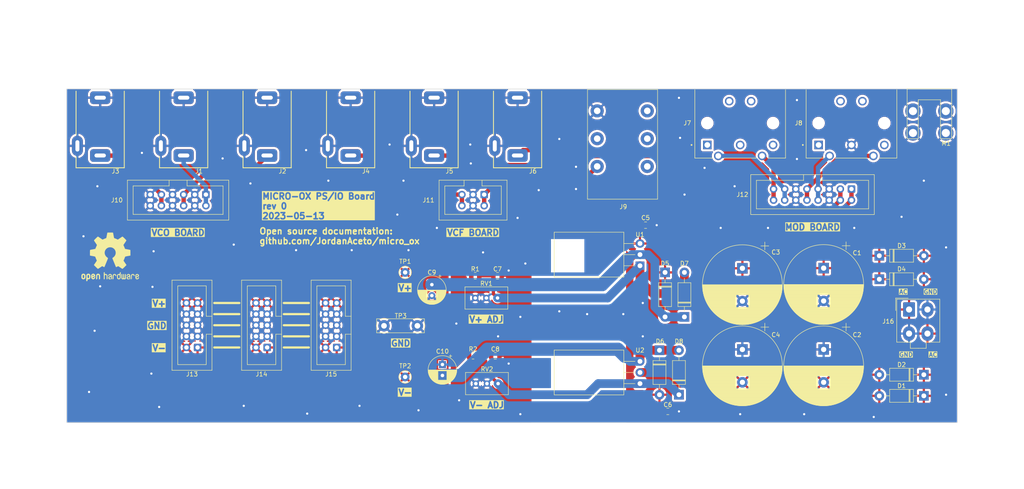
<source format=kicad_pcb>
(kicad_pcb (version 20221018) (generator pcbnew)
  (title_block (title "MICRO-OX Modulation Board") (date "2023-04-25") (rev "0") (comment 2 "creativecommons.org/licenses/by/4.0") (comment 3 "license: CC by 4.0") (comment 4 "Author: Jordan Aceto"))
  (layers (0 "F.Cu" signal) (31 "B.Cu" signal) (34 "B.Paste" user) (35 "F.Paste" user) (36 "B.SilkS" user "B.Silkscreen") (37 "F.SilkS" user "F.Silkscreen") (38 "B.Mask" user) (39 "F.Mask" user) (44 "Edge.Cuts" user))
  (net 0 "")
  (net 1 "Net-(#FLG02-pwr)")
  (net 2 "GND")
  (net 3 "Net-(#FLG03-pwr)")
  (net 4 "Net-(D7-A)")
  (net 5 "Net-(D8-K)")
  (net 6 "+12V")
  (net 7 "-12V")
  (net 8 "Net-(D1-K)")
  (net 9 "Net-(D2-K)")
  (net 10 "/io_jacks/VCO_A_CV_IN")
  (net 11 "/io_jacks/VCO_B_CV_IN")
  (net 12 "/io_jacks/EXT_AUDIO_IN")
  (net 13 "/io_jacks/VCF_CV_IN")
  (net 14 "/io_jacks/MODOSC_CV_IN")
  (net 15 "/io_jacks/EXT_GATE_IN")
  (net 19 "/io_jacks/MIDI_IN_P4")
  (net 20 "/io_jacks/MIDI_IN_P5")
  (net 23 "/io_jacks/MIDI_THRU_P4")
  (net 24 "/io_jacks/MIDI_THRU_P5")
  (net 28 "/io_jacks/AUDIO_OUT")
  (footprint "Capacitor_THT:CP_Radial_D18.0mm_P7.50mm" (layer "F.Cu") (at 218.44 104.43 -90)
    (fp_text reference "C1" (at -3.465 -7.62 -180) (layer "F.SilkS"))
    (fp_text value "2200u")
    (pad "1" thru_hole rect (at 0 0 270) (size 2.4 2.4) (drill 1.2) (layers "*.Cu" "*.Mask") (net 1 "Net-(#FLG02-pwr)"))
    (pad "2" thru_hole circle (at 7.5 0 270) (size 2.4 2.4) (drill 1.2) (layers "*.Cu" "*.Mask") (net 2 "GND"))
  )
  (footprint "Capacitor_THT:CP_Radial_D18.0mm_P7.50mm" (layer "F.Cu") (at 199.898 123.01422 -90)
    (fp_text reference "C4" (at -3.345 -7.62 -180) (layer "F.SilkS"))
    (fp_text value "2200u")
    (pad "1" thru_hole rect (at 0 0 270) (size 2.4 2.4) (drill 1.2) (layers "*.Cu" "*.Mask") (net 2 "GND"))
    (pad "2" thru_hole circle (at 7.5 0 270) (size 2.4 2.4) (drill 1.2) (layers "*.Cu" "*.Mask") (net 3 "Net-(#FLG03-pwr)"))
  )
  (footprint "Capacitor_SMD:C_0805_2012Metric" (layer "F.Cu") (at 177.8 94.615)
    (fp_text reference "C5" (at 0 -1.68) (layer "F.SilkS"))
    (fp_text value "100n")
    (pad "1" smd roundrect (at -0.95 0) (size 1 1.45) (layers "F.Cu" "F.Paste" "F.Mask") (net 1 "Net-(#FLG02-pwr)"))
    (pad "2" smd roundrect (at 0.95 0) (size 1 1.45) (layers "F.Cu" "F.Paste" "F.Mask") (net 2 "GND"))
  )
  (footprint "Capacitor_THT:CP_Radial_D6.3mm_P2.50mm" (layer "F.Cu") (at 129.032 108.204 -90)
    (fp_text reference "C9" (at -2.794 0 -180) (layer "F.SilkS"))
    (fp_text value "10u")
    (pad "1" thru_hole rect (at 0 0 270) (size 1.6 1.6) (drill 0.8) (layers "*.Cu" "*.Mask") (net 6 "+12V"))
    (pad "2" thru_hole circle (at 2.5 0 270) (size 1.6 1.6) (drill 0.8) (layers "*.Cu" "*.Mask") (net 2 "GND"))
  )
  (footprint "Diode_THT:D_DO-41_SOD81_P10.16mm_Horizontal" (layer "F.Cu") (at 186.665 115.57 90)
    (fp_text reference "D7" (at 12.192 0 180) (layer "F.SilkS"))
    (fp_text value "1N4002")
    (pad "1" thru_hole rect (at 0 0 90) (size 2.2 2.2) (drill 1.1) (layers "*.Cu" "*.Mask") (net 6 "+12V"))
    (pad "2" thru_hole oval (at 10.16 0 90) (size 2.2 2.2) (drill 1.1) (layers "*.Cu" "*.Mask") (net 4 "Net-(D7-A)"))
  )
  (footprint "Symbol:OSHW-Logo2_14.6x12mm_SilkScreen" (layer "F.Cu") (at 55.626 101.854)
    (fp_text reference "REF**" hide)
    (fp_text value "OSHW-Logo2_14.6x12mm_SilkScreen" hide)
  )
  (footprint "Capacitor_SMD:C_0805_2012Metric" (layer "F.Cu") (at 143.51 124.46 180)
    (fp_text reference "C8" (at 0 1.524) (layer "F.SilkS"))
    (fp_text value "100n")
    (pad "1" smd roundrect (at -0.95 0 180) (size 1 1.45) (layers "F.Cu" "F.Paste" "F.Mask") (net 2 "GND"))
    (pad "2" smd roundrect (at 0.95 0 180) (size 1 1.45) (layers "F.Cu" "F.Paste" "F.Mask") (net 5 "Net-(D8-K)"))
  )
  (footprint "custom_footprints:PJ302M" (layer "F.Cu") (at 72.39 63.5 180)
    (fp_text reference "J1" (at -3.5 -18.8) (layer "F.SilkS"))
    (fp_text value "PJ302M")
    (pad "S" thru_hole roundrect locked (at 0 -2 180) (size 4.6 2.9) (drill oval 2.6 0.9) (layers "*.Cu" "*.Mask") (net 2 "GND"))
    (pad "T" thru_hole roundrect locked (at 0 -15.2 180) (size 4.6 2.9) (drill oval 2.6 0.9) (layers "*.Cu" "*.Mask") (net 10 "/io_jacks/VCO_A_CV_IN"))
    (pad "TN" thru_hole oval locked (at 5.2 -13 270) (size 4.6 2.5) (drill oval 2.6 0.9) (layers "*.Cu" "*.Mask") (net 2 "GND"))
  )
  (footprint "custom_footprints:keystone_7792" (layer "F.Cu") (at 242.57 71.0565 90)
    (fp_text reference "M1" (at -4.8895 3.81 unlocked) (layer "F.SilkS"))
    (fp_text value "keystone_7792")
    (pad "SHELL" thru_hole circle locked (at -2.5 -3.75 90) (size 3.5 3.5) (drill 1.85) (layers "*.Cu" "*.Mask") (net 2 "GND"))
    (pad "SHELL" thru_hole circle locked (at -2.5 3.75 90) (size 3.5 3.5) (drill 1.85) (layers "*.Cu" "*.Mask") (net 2 "GND"))
    (pad "SHELL" thru_hole circle locked (at 2.5 -3.75 90) (size 3.5 3.5) (drill 1.85) (layers "*.Cu" "*.Mask") (net 2 "GND"))
    (pad "SHELL" thru_hole circle locked (at 2.5 3.75 90) (size 3.5 3.5) (drill 1.85) (layers "*.Cu" "*.Mask") (net 2 "GND"))
  )
  (footprint "custom_footprints:CUI_SDF-50J" (layer "F.Cu") (at 199.39 71.294 180)
    (fp_text reference "J7" (at 12.065 0) (layer "F.SilkS") (effects (font (size 1.001252 1.001252))))
    (fp_text value "CUI_SDF-50J")
    (pad "" np_thru_hole circle locked (at -7.5 0 180) (size 2.4 2.4) (drill 2.4) (layers "*.Cu" "*.Mask"))
    (pad "" np_thru_hole circle locked (at 7.5 0 180) (size 2.4 2.4) (drill 2.4) (layers "*.Cu" "*.Mask"))
    (pad "1" thru_hole rect locked (at 7.5 -5 180) (size 1.95 1.95) (drill 1.3) (layers "*.Cu" "*.Mask"))
    (pad "2" thru_hole circle locked (at 0 -5 180) (size 1.95 1.95) (drill 1.3) (layers "*.Cu" "*.Mask"))
    (pad "3" thru_hole circle locked (at -7.5 -5 180) (size 1.95 1.95) (drill 1.3) (layers "*.Cu" "*.Mask"))
    (pad "4" thru_hole circle locked (at 5 -7.5 180) (size 1.95 1.95) (drill 1.3) (layers "*.Cu" "*.Mask") (net 19 "/io_jacks/MIDI_IN_P4"))
    (pad "5" thru_hole circle locked (at -5 -7.5 180) (size 1.95 1.95) (drill 1.3) (layers "*.Cu" "*.Mask") (net 20 "/io_jacks/MIDI_IN_P5"))
    (pad "S1" thru_hole circle locked (at 2.5 5 180) (size 1.95 1.95) (drill 1.3) (layers "*.Cu" "*.Mask"))
    (pad "S2" thru_hole circle locked (at -2.5 5 180) (size 1.95 1.95) (drill 1.3) (layers "*.Cu" "*.Mask"))
  )
  (footprint "Capacitor_THT:CP_Radial_D18.0mm_P7.50mm" (layer "F.Cu") (at 218.44 123.01422 -90)
    (fp_text reference "C2" (at -3.345 -7.62 -180) (layer "F.SilkS"))
    (fp_text value "2200u")
    (pad "1" thru_hole rect (at 0 0 270) (size 2.4 2.4) (drill 1.2) (layers "*.Cu" "*.Mask") (net 2 "GND"))
    (pad "2" thru_hole circle (at 7.5 0 270) (size 2.4 2.4) (drill 1.2) (layers "*.Cu" "*.Mask") (net 3 "Net-(#FLG03-pwr)"))
  )
  (footprint "custom_footprints:10_pin_IDC-Header" (layer "F.Cu") (at 75.565 122.555 180)
    (fp_text reference "J13" (at 1.27 -6.1 180) (layer "F.SilkS"))
    (fp_text value "power_out")
    (pad "1" thru_hole roundrect (at 0 0 180) (size 1.7 1.7) (drill 1) (layers "*.Cu" "*.Mask") (roundrect_rratio 0.147059) (net 7 "-12V"))
    (pad "2" thru_hole circle (at 2.54 0 180) (size 1.7 1.7) (drill 1) (layers "*.Cu" "*.Mask") (net 7 "-12V"))
    (pad "3" thru_hole circle (at 0 2.54 180) (size 1.7 1.7) (drill 1) (layers "*.Cu" "*.Mask") (net 2 "GND"))
    (pad "4" thru_hole circle (at 2.54 2.54 180) (size 1.7 1.7) (drill 1) (layers "*.Cu" "*.Mask") (net 2 "GND"))
    (pad "5" thru_hole circle (at 0 5.08 180) (size 1.7 1.7) (drill 1) (layers "*.Cu" "*.Mask") (net 2 "GND"))
    (pad "6" thru_hole circle (at 2.54 5.08 180) (size 1.7 1.7) (drill 1) (layers "*.Cu" "*.Mask") (net 2 "GND"))
    (pad "7" thru_hole circle (at 0 7.62 180) (size 1.7 1.7) (drill 1) (layers "*.Cu" "*.Mask") (net 2 "GND"))
    (pad "8" thru_hole circle (at 2.54 7.62 180) (size 1.7 1.7) (drill 1) (layers "*.Cu" "*.Mask") (net 2 "GND"))
    (pad "9" thru_hole circle (at 0 10.16 180) (size 1.7 1.7) (drill 1) (layers "*.Cu" "*.Mask") (net 6 "+12V"))
    (pad "10" thru_hole circle (at 2.54 10.16 180) (size 1.7 1.7) (drill 1) (layers "*.Cu" "*.Mask") (net 6 "+12V"))
  )
  (footprint "custom_footprints:PJ302M" (layer "F.Cu") (at 148.59 63.5 180)
    (fp_text reference "J6" (at -3.5 -18.8) (layer "F.SilkS"))
    (fp_text value "PJ302M")
    (pad "S" thru_hole roundrect locked (at 0 -2 180) (size 4.6 2.9) (drill oval 2.6 0.9) (layers "*.Cu" "*.Mask") (net 2 "GND"))
    (pad "T" thru_hole roundrect locked (at 0 -15.2 180) (size 4.6 2.9) (drill oval 2.6 0.9) (layers "*.Cu" "*.Mask") (net 15 "/io_jacks/EXT_GATE_IN"))
    (pad "TN" thru_hole oval locked (at 5.2 -13 270) (size 4.6 2.5) (drill oval 2.6 0.9) (layers "*.Cu" "*.Mask") (net 2 "GND"))
  )
  (footprint "Diode_THT:D_DO-41_SOD81_P10.16mm_Horizontal" (layer "F.Cu") (at 241.3 128.778 180)
    (fp_text reference "D2" (at 5.08 2.286) (layer "F.SilkS"))
    (fp_text value "1N4002")
    (pad "1" thru_hole rect (at 0 0 180) (size 2.2 2.2) (drill 1.1) (layers "*.Cu" "*.Mask") (net 9 "Net-(D2-K)"))
    (pad "2" thru_hole oval (at 10.16 0 180) (size 2.2 2.2) (drill 1.1) (layers "*.Cu" "*.Mask") (net 3 "Net-(#FLG03-pwr)"))
  )
  (footprint "Resistor_SMD:R_0805_2012Metric" (layer "F.Cu") (at 138.43 124.46 180)
    (fp_text reference "R2" (at 0 1.524) (layer "F.SilkS"))
    (fp_text value "240")
    (pad "1" smd roundrect (at -0.9125 0 180) (size 1.025 1.4) (layers "F.Cu" "F.Paste" "F.Mask") (roundrect_rratio 0.243902) (net 5 "Net-(D8-K)"))
    (pad "2" smd roundrect (at 0.9125 0 180) (size 1.025 1.4) (layers "F.Cu" "F.Paste" "F.Mask") (roundrect_rratio 0.243902) (net 7 "-12V"))
  )
  (footprint "TestPoint:TestPoint_Bridge_Pitch7.62mm_Drill1.3mm" (layer "F.Cu") (at 125.73 117.602 180)
    (fp_text reference "TP3" (at 3.81 2.286 180) (layer "F.SilkS"))
    (fp_text value "GND")
    (pad "1" thru_hole circle (at 0 0 180) (size 2.6 2.6) (drill 1.3) (layers "*.Cu" "*.Mask") (net 2 "GND"))
    (pad "1" thru_hole circle (at 7.62 0 180) (size 2.6 2.6) (drill 1.3) (layers "*.Cu" "*.Mask") (net 2 "GND"))
  )
  (footprint "TestPoint:TestPoint_Keystone_5000-5004_Miniature" (layer "F.Cu") (at 122.936 105.41)
    (fp_text reference "TP1" (at 0 -2.5) (layer "F.SilkS"))
    (fp_text value "V+")
    (pad "1" thru_hole circle (at 0 0) (size 2 2) (drill 1) (layers "*.Cu" "*.Mask") (net 6 "+12V"))
  )
  (footprint "Capacitor_SMD:C_0805_2012Metric" (layer "F.Cu") (at 182.88 137.16 180)
    (fp_text reference "C6" (at 0 1.524) (layer "F.SilkS"))
    (fp_text value "100n")
    (pad "1" smd roundrect (at -0.95 0 180) (size 1 1.45) (layers "F.Cu" "F.Paste" "F.Mask") (net 2 "GND"))
    (pad "2" smd roundrect (at 0.95 0 180) (size 1 1.45) (layers "F.Cu" "F.Paste" "F.Mask") (net 3 "Net-(#FLG03-pwr)"))
  )
  (footprint "custom_footprints:PJ302M" (layer "F.Cu") (at 110.49 63.5 180)
    (fp_text reference "J4" (at -3.5 -18.8) (layer "F.SilkS"))
    (fp_text value "PJ302M")
    (pad "S" thru_hole roundrect locked (at 0 -2 180) (size 4.6 2.9) (drill oval 2.6 0.9) (layers "*.Cu" "*.Mask") (net 2 "GND"))
    (pad "T" thru_hole roundrect locked (at 0 -15.2 180) (size 4.6 2.9) (drill oval 2.6 0.9) (layers "*.Cu" "*.Mask") (net 13 "/io_jacks/VCF_CV_IN"))
    (pad "TN" thru_hole oval locked (at 5.2 -13 270) (size 4.6 2.5) (drill oval 2.6 0.9) (layers "*.Cu" "*.Mask") (net 2 "GND"))
  )
  (footprint "custom_footprints:6_pin_IDC-Header" (layer "F.Cu") (at 140.97 87.63 -90)
    (fp_text reference "J11" (at 1.27 12.7 -180) (layer "F.SilkS"))
    (fp_text value "VCF_EXT_CON")
    (pad "1" thru_hole roundrect (at 0 0 270) (size 1.7 1.7) (drill 1) (layers "*.Cu" "*.Mask") (roundrect_rratio 0.147059) (net 28 "/io_jacks/AUDIO_OUT"))
    (pad "2" thru_hole circle (at 2.54 0 270) (size 1.7 1.7) (drill 1) (layers "*.Cu" "*.Mask") (net 28 "/io_jacks/AUDIO_OUT"))
    (pad "3" thru_hole circle (at 0 2.54 270) (size 1.7 1.7) (drill 1) (layers "*.Cu" "*.Mask") (net 2 "GND"))
    (pad "4" thru_hole circle (at 2.54 2.54 270) (size 1.7 1.7) (drill 1) (layers "*.Cu" "*.Mask") (net 2 "GND"))
    (pad "5" thru_hole circle (at 0 5.08 270) (size 1.7 1.7) (drill 1) (layers "*.Cu" "*.Mask") (net 13 "/io_jacks/VCF_CV_IN"))
    (pad "6" thru_hole circle (at 2.54 5.08 270) (size 1.7 1.7) (drill 1) (layers "*.Cu" "*.Mask") (net 13 "/io_jacks/VCF_CV_IN"))
  )
  (footprint "Diode_THT:D_DO-41_SOD81_P10.16mm_Horizontal" (layer "F.Cu") (at 185.42 133.35 90)
    (fp_text reference "D8" (at 12.192 0 180) (layer "F.SilkS"))
    (fp_text value "1N4002")
    (pad "1" thru_hole rect (at 0 0 90) (size 2.2 2.2) (drill 1.1) (layers "*.Cu" "*.Mask") (net 5 "Net-(D8-K)"))
    (pad "2" thru_hole oval (at 10.16 0 90) (size 2.2 2.2) (drill 1.1) (layers "*.Cu" "*.Mask") (net 7 "-12V"))
  )
  (footprint "Capacitor_THT:CP_Radial_D18.0mm_P7.50mm" (layer "F.Cu") (at 199.898 104.47222 -90)
    (fp_text reference "C3" (at -3.67722 -7.62 -180) (layer "F.SilkS"))
    (fp_text value "2200u")
    (pad "1" thru_hole rect (at 0 0 270) (size 2.4 2.4) (drill 1.2) (layers "*.Cu" "*.Mask") (net 1 "Net-(#FLG02-pwr)"))
    (pad "2" thru_hole circle (at 7.5 0 270) (size 2.4 2.4) (drill 1.2) (layers "*.Cu" "*.Mask") (net 2 "GND"))
  )
  (footprint "custom_footprints:Jack_6.35mm_Neutrik_NRJ6HM-1_Horizontal" (layer "F.Cu") (at 173.99 63.754 90)
    (fp_text reference "J9" (at -26.67 -1.27 180) (layer "F.SilkS"))
    (fp_text value "NRJ6HM-1")
    (pad "R" thru_hole circle locked (at -11.1 -7.23 90) (size 3 3) (drill 1.5) (layers "*.Cu" "*.Mask"))
    (pad "RN" thru_hole circle locked (at -11.1 4.2 90) (size 3 3) (drill 1.5) (layers "*.Cu" "*.Mask"))
    (pad "S" thru_hole circle locked (at -4.75 -7.23 90) (size 3 3) (drill 1.5) (layers "*.Cu" "*.Mask") (net 2 "GND"))
    (pad "SN" thru_hole circle locked (at -4.75 4.2 90) (size 3 3) (drill 1.5) (layers "*.Cu" "*.Mask"))
    (pad "T" thru_hole circle locked (at -17.45 -7.23 90) (size 3 3) (drill 1.5) (layers "*.Cu" "*.Mask") (net 28 "/io_jacks/AUDIO_OUT"))
    (pad "TN" thru_hole circle locked (at -17.45 4.2 90) (size 3 3) (drill 1.5) (layers "*.Cu" "*.Mask"))
  )
  (footprint "custom_footprints:16_pin_IDC_header" (layer "F.Cu") (at 224.79 86.36 -90)
    (fp_text reference "J12" (at 1.27 24.892 -180) (layer "F.SilkS"))
    (fp_text value "MOD_BOARD_EXT_CON")
    (pad "1" thru_hole roundrect (at 0 0 270) (size 1.7 1.7) (drill 1) (layers "*.Cu" "*.Mask") (roundrect_rratio 0.147059) (net 14 "/io_jacks/MODOSC_CV_IN"))
    (pad "2" thru_hole circle (at 2.54 0 270) (size 1.7 1.7) (drill 1) (layers "*.Cu" "*.Mask") (net 14 "/io_jacks/MODOSC_CV_IN"))
    (pad "3" thru_hole circle (at 0 2.54 270) (size 1.7 1.7) (drill 1) (layers "*.Cu" "*.Mask") (net 15 "/io_jacks/EXT_GATE_IN"))
    (pad "4" thru_hole circle (at 2.54 2.54 270) (size 1.7 1.7) (drill 1) (layers "*.Cu" "*.Mask") (net 15 "/io_jacks/EXT_GATE_IN"))
    (pad "5" thru_hole circle (at 0 5.08 270) (size 1.7 1.7) (drill 1) (layers "*.Cu" "*.Mask") (net 2 "GND"))
    (pad "6" thru_hole circle (at 2.54 5.08 270) (size 1.7 1.7) (drill 1) (layers "*.Cu" "*.Mask") (net 2 "GND"))
    (pad "7" thru_hole circle (at 0 7.62 270) (size 1.7 1.7) (drill 1) (layers "*.Cu" "*.Mask") (net 23 "/io_jacks/MIDI_THRU_P4"))
    (pad "8" thru_hole circle (at 2.54 7.62 270) (size 1.7 1.7) (drill 1) (layers "*.Cu" "*.Mask") (net 23 "/io_jacks/MIDI_THRU_P4"))
    (pad "9" thru_hole circle (at 0 10.16 270) (size 1.7 1.7) (drill 1) (layers "*.Cu" "*.Mask") (net 24 "/io_jacks/MIDI_THRU_P5"))
    (pad "10" thru_hole circle (at 2.54 10.16 270) (size 1.7 1.7) (drill 1) (layers "*.Cu" "*.Mask") (net 24 "/io_jacks/MIDI_THRU_P5"))
    (pad "11" thru_hole circle (at 0 12.7 270) (size 1.7 1.7) (drill 1) (layers "*.Cu" "*.Mask") (net 2 "GND"))
    (pad "12" thru_hole circle (at 2.54 12.7 270) (size 1.7 1.7) (drill 1) (layers "*.Cu" "*.Mask") (net 2 "GND"))
    (pad "13" thru_hole circle (at 0 15.24 270) (size 1.7 1.7) (drill 1) (layers "*.Cu" "*.Mask") (net 19 "/io_jacks/MIDI_IN_P4"))
    (pad "14" thru_hole circle (at 2.54 15.24 270) (size 1.7 1.7) (drill 1) (layers "*.Cu" "*.Mask") (net 19 "/io_jacks/MIDI_IN_P4"))
    (pad "15" thru_hole circle (at 0 17.78 270) (size 1.7 1.7) (drill 1) (layers "*.Cu" "*.Mask") (net 20 "/io_jacks/MIDI_IN_P5"))
    (pad "16" thru_hole circle (at 2.54 17.78 270) (size 1.7 1.7) (drill 1) (layers "*.Cu" "*.Mask") (net 20 "/io_jacks/MIDI_IN_P5"))
  )
  (footprint "custom_footprints:CUI_SDF-50J" (layer "F.Cu") (at 224.79 71.294 180)
    (fp_text reference "J8" (at 12.065 0) (layer "F.SilkS") (effects (font (size 1.001252 1.001252))))
    (fp_text value "CUI_SDF-50J")
    (pad "" np_thru_hole circle locked (at -7.5 0 180) (size 2.4 2.4) (drill 2.4) (layers "*.Cu" "*.Mask"))
    (pad "" np_thru_hole circle locked (at 7.5 0 180) (size 2.4 2.4) (drill 2.4) (layers "*.Cu" "*.Mask"))
    (pad "1" thru_hole rect locked (at 7.5 -5 180) (size 1.95 1.95) (drill 1.3) (layers "*.Cu" "*.Mask"))
    (pad "2" thru_hole circle locked (at 0 -5 180) (size 1.95 1.95) (drill 1.3) (layers "*.Cu" "*.Mask") (net 2 "GND"))
    (pad "3" thru_hole circle locked (at -7.5 -5 180) (size 1.95 1.95) (drill 1.3) (layers "*.Cu" "*.Mask"))
    (pad "4" thru_hole circle locked (at 5 -7.5 180) (size 1.95 1.95) (drill 1.3) (layers "*.Cu" "*.Mask") (net 23 "/io_jacks/MIDI_THRU_P4"))
    (pad "5" thru_hole circle locked (at -5 -7.5 180) (size 1.95 1.95) (drill 1.3) (layers "*.Cu" "*.Mask") (net 24 "/io_jacks/MIDI_THRU_P5"))
    (pad "S1" thru_hole circle locked (at 2.5 5 180) (size 1.95 1.95) (drill 1.3) (layers "*.Cu" "*.Mask"))
    (pad "S2" thru_hole circle locked (at -2.5 5 180) (size 1.95 1.95) (drill 1.3) (layers "*.Cu" "*.Mask"))
  )
  (footprint "custom_footprints:PJ302M" (layer "F.Cu") (at 91.44 63.5 180)
    (fp_text reference "J2" (at -3.5 -18.8) (layer "F.SilkS"))
    (fp_text value "PJ302M")
    (pad "S" thru_hole roundrect locked (at 0 -2 180) (size 4.6 2.9) (drill oval 2.6 0.9) (layers "*.Cu" "*.Mask") (net 2 "GND"))
    (pad "T" thru_hole roundrect locked (at 0 -15.2 180) (size 4.6 2.9) (drill oval 2.6 0.9) (layers "*.Cu" "*.Mask") (net 11 "/io_jacks/VCO_B_CV_IN"))
    (pad "TN" thru_hole oval locked (at 5.2 -13 270) (size 4.6 2.5) (drill oval 2.6 0.9) (layers "*.Cu" "*.Mask") (net 2 "GND"))
  )
  (footprint "custom_footprints:10_pin_IDC-Header" (layer "F.Cu") (at 107.315 122.555 180)
    (fp_text reference "J15" (at 1.27 -6.1 180) (layer "F.SilkS"))
    (fp_text value "power_out")
    (pad "1" thru_hole roundrect (at 0 0 180) (size 1.7 1.7) (drill 1) (layers "*.Cu" "*.Mask") (roundrect_rratio 0.147059) (net 7 "-12V"))
    (pad "2" thru_hole circle (at 2.54 0 180) (size 1.7 1.7) (drill 1) (layers "*.Cu" "*.Mask") (net 7 "-12V"))
    (pad "3" thru_hole circle (at 0 2.54 180) (size 1.7 1.7) (drill 1) (layers "*.Cu" "*.Mask") (net 2 "GND"))
    (pad "4" thru_hole circle (at 2.54 2.54 180) (size 1.7 1.7) (drill 1) (layers "*.Cu" "*.Mask") (net 2 "GND"))
    (pad "5" thru_hole circle (at 0 5.08 180) (size 1.7 1.7) (drill 1) (layers "*.Cu" "*.Mask") (net 2 "GND"))
    (pad "6" thru_hole circle (at 2.54 5.08 180) (size 1.7 1.7) (drill 1) (layers "*.Cu" "*.Mask") (net 2 "GND"))
    (pad "7" thru_hole circle (at 0 7.62 180) (size 1.7 1.7) (drill 1) (layers "*.Cu" "*.Mask") (net 2 "GND"))
    (pad "8" thru_hole circle (at 2.54 7.62 180) (size 1.7 1.7) (drill 1) (layers "*.Cu" "*.Mask") (net 2 "GND"))
    (pad "9" thru_hole circle (at 0 10.16 180) (size 1.7 1.7) (drill 1) (layers "*.Cu" "*.Mask") (net 6 "+12V"))
    (pad "10" thru_hole circle (at 2.54 10.16 180) (size 1.7 1.7) (drill 1) (layers "*.Cu" "*.Mask") (net 6 "+12V"))
  )
  (footprint "Resistor_SMD:R_0805_2012Metric" (layer "F.Cu") (at 138.938 106.172)
    (fp_text reference "R1" (at 0 -1.524) (layer "F.SilkS"))
    (fp_text value "240")
    (pad "1" smd roundrect (at -0.9125 0) (size 1.025 1.4) (layers "F.Cu" "F.Paste" "F.Mask") (roundrect_rratio 0.243902) (net 6 "+12V"))
    (pad "2" smd roundrect (at 0.9125 0) (size 1.025 1.4) (layers "F.Cu" "F.Paste" "F.Mask") (roundrect_rratio 0.243902) (net 4 "Net-(D7-A)"))
  )
  (footprint "custom_footprints:PJ302M" (layer "F.Cu") (at 129.54 63.5 180)
    (fp_text reference "J5" (at -3.5 -18.8) (layer "F.SilkS"))
    (fp_text value "PJ302M")
    (pad "S" thru_hole roundrect locked (at 0 -2 180) (size 4.6 2.9) (drill oval 2.6 0.9) (layers "*.Cu" "*.Mask") (net 2 "GND"))
    (pad "T" thru_hole roundrect locked (at 0 -15.2 180) (size 4.6 2.9) (drill oval 2.6 0.9) (layers "*.Cu" "*.Mask") (net 14 "/io_jacks/MODOSC_CV_IN"))
    (pad "TN" thru_hole oval locked (at 5.2 -13 270) (size 4.6 2.5) (drill oval 2.6 0.9) (layers "*.Cu" "*.Mask") (net 2 "GND"))
  )
  (footprint "Diode_THT:D_DO-41_SOD81_P10.16mm_Horizontal" (layer "F.Cu") (at 241.3 133.604 180)
    (fp_text reference "D1" (at 5.08 2.286) (layer "F.SilkS"))
    (fp_text value "1N4002")
    (pad "1" thru_hole rect (at 0 0 180) (size 2.2 2.2) (drill 1.1) (layers "*.Cu" "*.Mask") (net 8 "Net-(D1-K)"))
    (pad "2" thru_hole oval (at 10.16 0 180) (size 2.2 2.2) (drill 1.1) (layers "*.Cu" "*.Mask") (net 3 "Net-(#FLG03-pwr)"))
  )
  (footprint "Diode_THT:D_DO-41_SOD81_P10.16mm_Horizontal" (layer "F.Cu") (at 231.14 101.6)
    (fp_text reference "D3" (at 5.08 -2.286) (layer "F.SilkS"))
    (fp_text value "1N4002")
    (pad "1" thru_hole rect (at 0 0) (size 2.2 2.2) (drill 1.1) (layers "*.Cu" "*.Mask") (net 1 "Net-(#FLG02-pwr)"))
    (pad "2" thru_hole oval (at 10.16 0) (size 2.2 2.2) (drill 1.1) (layers "*.Cu" "*.Mask") (net 8 "Net-(D1-K)"))
  )
  (footprint "Package_TO_SOT_THT:TO-220-3_Horizontal_TabDown" (layer "F.Cu") (at 176.53 130.81 90)
    (fp_text reference "U2" (at 7.62 0 180) (layer "F.SilkS"))
    (fp_text value "LM337_TO220")
    (pad "" np_thru_hole oval (at 2.54 -16.66 90) (size 3.5 3.5) (drill 3.5) (layers "*.Cu" "*.Mask"))
    (pad "1" thru_hole rect (at 0 0 90) (size 1.905 2) (drill 1.1) (layers "*.Cu" "*.Mask") (net 5 "Net-(D8-K)"))
    (pad "2" thru_hole oval (at 2.54 0 90) (size 1.905 2) (drill 1.1) (layers "*.Cu" "*.Mask") (net 3 "Net-(#FLG03-pwr)"))
    (pad "3" thru_hole oval (at 5.08 0 90) (size 1.905 2) (drill 1.1) (layers "*.Cu" "*.Mask") (net 7 "-12V"))
  )
  (footprint "TestPoint:TestPoint_Keystone_5000-5004_Miniature" (layer "F.Cu") (at 122.936 129.286)
    (fp_text reference "TP2" (at 0 -2.5) (layer "F.SilkS"))
    (fp_text value "V-")
    (pad "1" thru_hole circle (at 0 0) (size 2 2) (drill 1) (layers "*.Cu" "*.Mask") (net 7 "-12V"))
  )
  (footprint "Connector_Molex:Molex_Mini-Fit_Jr_5566-04A_2x02_P4.20mm_Vertical" (layer "F.Cu") (at 237.93 113.88)
    (fp_text reference "J16" (at -4.758 2.706) (layer "F.SilkS"))
    (fp_text value "Mini-Fit_Jr_5566")
    (pad "1" thru_hole roundrect (at 0 0) (size 2.7 3.3) (drill 1.4) (layers "*.Cu" "*.Mask") (roundrect_rratio 0.092593) (net 8 "Net-(D1-K)"))
    (pad "2" thru_hole oval (at 4.2 0) (size 2.7 3.3) (drill 1.4) (layers "*.Cu" "*.Mask") (net 2 "GND"))
    (pad "3" thru_hole oval (at 0 5.5) (size 2.7 3.3) (drill 1.4) (layers "*.Cu" "*.Mask") (net 2 "GND"))
    (pad "4" thru_hole oval (at 4.2 5.5) (size 2.7 3.3) (drill 1.4) (layers "*.Cu" "*.Mask") (net 9 "Net-(D2-K)"))
  )
  (footprint "Capacitor_THT:CP_Radial_D6.3mm_P2.50mm" (layer "F.Cu") (at 131.445 126.452621 -90)
    (fp_text reference "C10" (at -3.008621 0 -180) (layer "F.SilkS"))
    (fp_text value "10u")
    (pad "1" thru_hole rect (at 0 0 270) (size 1.6 1.6) (drill 0.8) (layers "*.Cu" "*.Mask") (net 2 "GND"))
    (pad "2" thru_hole circle (at 2.5 0 270) (size 1.6 1.6) (drill 0.8) (layers "*.Cu" "*.Mask") (net 7 "-12V"))
  )
  (footprint "Diode_THT:D_DO-41_SOD81_P10.16mm_Horizontal" (layer "F.Cu") (at 182.245 105.41 -90)
    (fp_text reference "D5" (at -2.032 0.025 -180) (layer "F.SilkS"))
    (fp_text value "1N4002")
    (pad "1" thru_hole rect (at 0 0 270) (size 2.2 2.2) (drill 1.1) (layers "*.Cu" "*.Mask") (net 1 "Net-(#FLG02-pwr)"))
    (pad "2" thru_hole oval (at 10.16 0 270) (size 2.2 2.2) (drill 1.1) (layers "*.Cu" "*.Mask") (net 6 "+12V"))
  )
  (footprint "custom_footprints:PJ302M" (layer "F.Cu") (at 53.34 63.5 180)
    (fp_text reference "J3" (at -3.5 -18.8) (layer "F.SilkS"))
    (fp_text value "PJ302M")
    (pad "S" thru_hole roundrect locked (at 0 -2 180) (size 4.6 2.9) (drill oval 2.6 0.9) (layers "*.Cu" "*.Mask") (net 2 "GND"))
    (pad "T" thru_hole roundrect locked (at 0 -15.2 180) (size 4.6 2.9) (drill oval 2.6 0.9) (layers "*.Cu" "*.Mask") (net 12 "/io_jacks/EXT_AUDIO_IN"))
    (pad "TN" thru_hole oval locked (at 5.2 -13 270) (size 4.6 2.5) (drill oval 2.6 0.9) (layers "*.Cu" "*.Mask") (net 2 "GND"))
  )
  (footprint "Potentiometer_THT:Potentiometer_Bourns_3296W_Vertical" (layer "F.Cu") (at 144.018 111.252)
    (fp_text reference "RV1" (at -2.54 -3.302) (layer "F.SilkS"))
    (fp_text value "5k")
    (pad "1" thru_hole circle (at 0 0) (size 1.44 1.44) (drill 0.8) (layers "*.Cu" "*.Mask") (net 4 "Net-(D7-A)"))
    (pad "2" thru_hole circle (at -2.54 0) (size 1.44 1.44) (drill 0.8) (layers "*.Cu" "*.Mask") (net 2 "GND"))
    (pad "3" thru_hole circle (at -5.08 0) (size 1.44 1.44) (drill 0.8) (layers "*.Cu" "*.Mask") (net 2 "GND"))
  )
  (footprint "Diode_THT:D_DO-41_SOD81_P10.16mm_Horizontal" (layer "F.Cu") (at 231.14 106.97)
    (fp_text reference "D4" (at 5.08 -2.322) (layer "F.SilkS"))
    (fp_text value "1N4002")
    (pad "1" thru_hole rect (at 0 0) (size 2.2 2.2) (drill 1.1) (layers "*.Cu" "*.Mask") (net 1 "Net-(#FLG02-pwr)"))
    (pad "2" thru_hole oval (at 10.16 0) (size 2.2 2.2) (drill 1.1) (layers "*.Cu" "*.Mask") (net 9 "Net-(D2-K)"))
  )
  (footprint "Diode_THT:D_DO-41_SOD81_P10.16mm_Horizontal" (layer "F.Cu") (at 180.975 123.19 -90)
    (fp_text reference "D6" (at -2.032 -0.127 -180) (layer "F.SilkS"))
    (fp_text value "1N4002")
    (pad "1" thru_hole rect (at 0 0 270) (size 2.2 2.2) (drill 1.1) (layers "*.Cu" "*.Mask") (net 7 "-12V"))
    (pad "2" thru_hole oval (at 10.16 0 270) (size 2.2 2.2) (drill 1.1) (layers "*.Cu" "*.Mask") (net 3 "Net-(#FLG03-pwr)"))
  )
  (footprint "custom_footprints:12_pin_IDC_header" (layer "F.Cu") (at 77.47 87.63 -90)
    (fp_text reference "J10" (at 1.27 20.32 -180) (layer "F.SilkS"))
    (fp_text value "VCO_EXT_CON")
    (pad "1" thru_hole roundrect (at 0 0 270) (size 1.7 1.7) (drill 1) (layers "*.Cu" "*.Mask") (roundrect_rratio 0.147059) (net 10 "/io_jacks/VCO_A_CV_IN"))
    (pad "2" thru_hole circle (at 2.54 0 270) (size 1.7 1.7) (drill 1) (layers "*.Cu" "*.Mask") (net 10 "/io_jacks/VCO_A_CV_IN"))
    (pad "3" thru_hole circle (at 0 2.54 270) (size 1.7 1.7) (drill 1) (layers "*.Cu" "*.Mask") (net 2 "GND"))
    (pad "4" thru_hole circle (at 2.54 2.54 270) (size 1.7 1.7) (drill 1) (layers "*.Cu" "*.Mask") (net 2 "GND"))
    (pad "5" thru_hole circle (at 0 5.08 270) (size 1.7 1.7) (drill 1) (layers "*.Cu" "*.Mask") (net 11 "/io_jacks/VCO_B_CV_IN"))
    (pad "6" thru_hole circle (at 2.54 5.08 270) (size 1.7 1.7) (drill 1) (layers "*.Cu" "*.Mask") (net 11 "/io_jacks/VCO_B_CV_IN"))
    (pad "7" thru_hole circle (at 0 7.62 270) (size 1.7 1.7) (drill 1) (layers "*.Cu" "*.Mask") (net 2 "GND"))
    (pad "8" thru_hole circle (at 2.54 7.62 270) (size 1.7 1.7) (drill 1) (layers "*.Cu" "*.Mask") (net 2 "GND"))
    (pad "9" thru_hole circle (at 0 10.16 270) (size 1.7 1.7) (drill 1) (layers "*.Cu" "*.Mask") (net 12 "/io_jacks/EXT_AUDIO_IN"))
    (pad "10" thru_hole circle (at 2.54 10.16 270) (size 1.7 1.7) (drill 1) (layers "*.Cu" "*.Mask") (net 12 "/io_jacks/EXT_AUDIO_IN"))
    (pad "11" thru_hole circle (at 0 12.7 270) (size 1.7 1.7) (drill 1) (layers "*.Cu" "*.Mask") (net 2 "GND"))
    (pad "12" thru_hole circle (at 2.54 12.7 270) (size 1.7 1.7) (drill 1) (layers "*.Cu" "*.Mask") (net 2 "GND"))
  )
  (footprint "custom_footprints:10_pin_IDC-Header" (layer "F.Cu") (at 91.44 122.555 180)
    (fp_text reference "J14" (at 1.27 -6.1 180) (layer "F.SilkS"))
    (fp_text value "power_out")
    (pad "1" thru_hole roundrect (at 0 0 180) (size 1.7 1.7) (drill 1) (layers "*.Cu" "*.Mask") (roundrect_rratio 0.147059) (net 7 "-12V"))
    (pad "2" thru_hole circle (at 2.54 0 180) (size 1.7 1.7) (drill 1) (layers "*.Cu" "*.Mask") (net 7 "-12V"))
    (pad "3" thru_hole circle (at 0 2.54 180) (size 1.7 1.7) (drill 1) (layers "*.Cu" "*.Mask") (net 2 "GND"))
    (pad "4" thru_hole circle (at 2.54 2.54 180) (size 1.7 1.7) (drill 1) (layers "*.Cu" "*.Mask") (net 2 "GND"))
    (pad "5" thru_hole circle (at 0 5.08 180) (size 1.7 1.7) (drill 1) (layers "*.Cu" "*.Mask") (net 2 "GND"))
    (pad "6" thru_hole circle (at 2.54 5.08 180) (size 1.7 1.7) (drill 1) (layers "*.Cu" "*.Mask") (net 2 "GND"))
    (pad "7" thru_hole circle (at 0 7.62 180) (size 1.7 1.7) (drill 1) (layers "*.Cu" "*.Mask") (net 2 "GND"))
    (pad "8" thru_hole circle (at 2.54 7.62 180) (size 1.7 1.7) (drill 1) (layers "*.Cu" "*.Mask") (net 2 "GND"))
    (pad "9" thru_hole circle (at 0 10.16 180) (size 1.7 1.7) (drill 1) (layers "*.Cu" "*.Mask") (net 6 "+12V"))
    (pad "10" thru_hole circle (at 2.54 10.16 180) (size 1.7 1.7) (drill 1) (layers "*.Cu" "*.Mask") (net 6 "+12V"))
  )
  (footprint "Capacitor_SMD:C_0805_2012Metric" (layer "F.Cu") (at 144.018 106.172)
    (fp_text reference "C7" (at 0 -1.524) (layer "F.SilkS"))
    (fp_text value "100n")
    (pad "1" smd roundrect (at -0.95 0) (size 1 1.45) (layers "F.Cu" "F.Paste" "F.Mask") (net 4 "Net-(D7-A)"))
    (pad "2" smd roundrect (at 0.95 0) (size 1 1.45) (layers "F.Cu" "F.Paste" "F.Mask") (net 2 "GND"))
  )
  (footprint "Potentiometer_THT:Potentiometer_Bourns_3296W_Vertical" (layer "F.Cu") (at 139.065 130.81 180)
    (fp_text reference "RV2" (at -2.54 3.302) (layer "F.SilkS"))
    (fp_text value "5k")
    (pad "1" thru_hole circle (at 0 0 180) (size 1.44 1.44) (drill 0.8) (layers "*.Cu" "*.Mask") (net 2 "GND"))
    (pad "2" thru_hole circle (at -2.54 0 180) (size 1.44 1.44) (drill 0.8) (layers "*.Cu" "*.Mask") (net 2 "GND"))
    (pad "3" thru_hole circle (at -5.08 0 180) (size 1.44 1.44) (drill 0.8) (layers "*.Cu" "*.Mask") (net 5 "Net-(D8-K)"))
  )
  (footprint "Package_TO_SOT_THT:TO-220-3_Horizontal_TabDown" (layer "F.Cu") (at 176.53 103.886 90)
    (fp_text reference "U1" (at 7.112 0 180) (layer "F.SilkS"))
    (fp_text value "LM317_TO-220")
    (pad "" np_thru_hole oval (at 2.54 -16.66 90) (size 3.5 3.5) (drill 3.5) (layers "*.Cu" "*.Mask"))
    (pad "1" thru_hole rect (at 0 0 90) (size 1.905 2) (drill 1.1) (layers "*.Cu" "*.Mask") (net 4 "Net-(D7-A)"))
    (pad "2" thru_hole oval (at 2.54 0 90) (size 1.905 2) (drill 1.1) (layers "*.Cu" "*.Mask") (net 6 "+12V"))
    (pad "3" thru_hole oval (at 5.08 0 90) (size 1.905 2) (drill 1.1) (layers "*.Cu" "*.Mask") (net 1 "Net-(#FLG02-pwr)"))
  )
  (gr_line (start 79.375 120.015) (end 85.09 120.015) (stroke (width 0.5)) (layer "F.SilkS"))
  (gr_line (start 79.375 117.475) (end 85.09 117.475) (stroke (width 0.5)) (layer "F.SilkS"))
  (gr_line (start 95.25 112.395) (end 100.965 112.395) (stroke (width 0.5)) (layer "F.SilkS"))
  (gr_line (start 95.25 114.935) (end 100.965 114.935) (stroke (width 0.5)) (layer "F.SilkS"))
  (gr_line (start 79.375 112.395) (end 85.09 112.395) (stroke (width 0.5)) (layer "F.SilkS"))
  (gr_line (start 95.25 120.015) (end 100.965 120.015) (stroke (width 0.5)) (layer "F.SilkS"))
  (gr_line (start 95.25 117.475) (end 100.965 117.475) (stroke (width 0.5)) (layer "F.SilkS"))
  (gr_line (start 79.375 122.555) (end 85.09 122.555) (stroke (width 0.5)) (layer "F.SilkS"))
  (gr_line (start 79.375 114.935) (end 85.09 114.935) (stroke (width 0.5)) (layer "F.SilkS"))
  (gr_line (start 95.25 122.555) (end 100.965 122.555) (stroke (width 0.5)) (layer "F.SilkS"))
  (gr_line (start 45.72 63.5) (end 248.92 63.5) (stroke (width 0.1)) (layer "Edge.Cuts"))
  (gr_line (start 248.92 63.5) (end 248.92 139.7) (stroke (width 0.1)) (layer "Edge.Cuts"))
  (gr_line (start 248.92 139.7) (end 45.72 139.7) (stroke (width 0.1)) (layer "Edge.Cuts"))
  (gr_line (start 45.72 139.7) (end 45.72 63.5) (stroke (width 0.1)) (layer "Edge.Cuts"))
  (gr_text "GND" (at 121.92 122.428) (layer "F.SilkS" knockout) (effects (font (size 1.4 1.4) (thickness 0.35) bold) (justify bottom)))
  (gr_text "V-" (at 122.936 132.842) (layer "F.SilkS" knockout) (effects (font (size 1.4 1.4) (thickness 0.35) bold)))
  (gr_text "V+" (at 66.802 112.522) (layer "F.SilkS" knockout) (effects (font (size 1.4 1.4) (thickness 0.35) bold)))
  (gr_text "AC" (at 235.585 109.855) (layer "F.SilkS" knockout) (effects (font (size 1 1) (thickness 0.2) bold) (justify left)))
  (gr_text "VCO BOARD" (at 71.12 97.155) (layer "F.SilkS" knockout) (effects (font (size 1.4 1.4) (thickness 0.35) bold) (justify bottom)))
  (gr_text "V-" (at 66.802 122.682) (layer "F.SilkS" knockout) (effects (font (size 1.4 1.4) (thickness 0.35) bold)))
  (gr_text "V- ADJ" (at 141.605 136.525) (layer "F.SilkS" knockout) (effects (font (size 1.4 1.4) (thickness 0.35) bold) (justify bottom)))
  (gr_text "V+" (at 122.936 108.966) (layer "F.SilkS" knockout) (effects (font (size 1.4 1.4) (thickness 0.35) bold)))
  (gr_text "AC" (at 244.475 124.206) (layer "F.SilkS" knockout) (effects (font (size 1 1) (thickness 0.2) bold) (justify right)))
  (gr_text "Open source documentation:\ngithub.com/JordanAceto/micro_ox" (at 89.535 99.06) (layer "F.SilkS") (effects (font (size 1.4 1.4) (thickness 0.3) bold) (justify left bottom)))
  (gr_text "VCF BOARD" (at 138.43 97.155) (layer "F.SilkS" knockout) (effects (font (size 1.4 1.4) (thickness 0.35) bold) (justify bottom)))
  (gr_text "V+ ADJ" (at 141.478 116.967) (layer "F.SilkS" knockout) (effects (font (size 1.4 1.4) (thickness 0.35) bold) (justify bottom)))
  (gr_text "MOD BOARD" (at 215.9 95.885) (layer "F.SilkS" knockout) (effects (font (size 1.4 1.4) (thickness 0.35) bold) (justify bottom)))
  (gr_text "GND" (at 235.585 124.206) (layer "F.SilkS" knockout) (effects (font (size 1 1) (thickness 0.2) bold) (justify left)))
  (gr_text "GND" (at 244.475 109.855) (layer "F.SilkS" knockout) (effects (font (size 1 1) (thickness 0.2) bold) (justify right)))
  (gr_text "MICRO-OX PS/IO Board\nrev 0\n2023-05-13" (at 90.17 93.345) (layer "F.SilkS" knockout) (effects (font (size 1.4 1.4) (thickness 0.35) bold) (justify left bottom)))
  (gr_text "GND" (at 66.294 117.602) (layer "F.SilkS" knockout) (effects (font (size 1.4 1.4) (thickness 0.35) bold)))
  (segment (start 176.85 98.486) (end 176.53 98.806) (width 0.75) (layer "F.Cu") (net 1))
  (via (at 199.39 137.795) (size 1) (drill 0.5) (layers "F.Cu" "B.Cu") (net 2))
  (via (at 229.87 138.43) (size 1) (drill 0.5) (layers "F.Cu" "B.Cu") (net 2))
  (via (at 213.995 137.795) (size 1) (drill 0.5) (layers "F.Cu" "B.Cu") (net 2))
  (via (at 130.175 95.25) (size 1) (drill 0.5) (layers "F.Cu" "B.Cu") (net 2))
  (via (at 144.145 120.015) (size 1) (drill 0.5) (layers "F.Cu" "B.Cu") (net 2))
  (via (at 81.28 79.375) (size 1) (drill 0.5) (layers "F.Cu" "B.Cu") (net 2))
  (via (at 62.865 78.105) (size 1) (drill 0.5) (layers "F.Cu" "B.Cu") (net 2))
  (via (at 158.115 114.3) (size 1) (drill 0.5) (layers "F.Cu" "B.Cu") (net 2))
  (via (at 246.38 133.35) (size 1) (drill 0.5) (layers "F.Cu" "B.Cu") (net 2))
  (via (at 205.74 95.25) (size 1) (drill 0.5) (layers "F.Cu" "B.Cu") (net 2))
  (via (at 194.945 95.25) (size 1) (drill 0.5) (layers "F.Cu" "B.Cu") (net 2))
  (via (at 164.465 114.935) (size 1) (drill 0.5) (layers "F.Cu" "B.Cu") (net 2))
  (via (at 65.024 128.524) (size 1) (drill 0.5) (layers "F.Cu" "B.Cu") (net 2))
  (via (at 191.262 81.534) (size 1) (drill 0.5) (layers "F.Cu" "B.Cu") (net 2))
  (via (at 186.69 87.63) (size 1) (drill 0.5) (layers "F.Cu" "B.Cu") (net 2))
  (via (at 53.34 108.585) (size 1) (drill 0.5) (layers "F.Cu" "B.Cu") (net 2))
  (via (at 112.522 135.89) (size 1) (drill 0.5) (layers "F.Cu" "B.Cu") (net 2))
  (via (at 65.532 100.584) (size 1) (drill 0.5) (layers "F.Cu" "B.Cu") (net 2))
  (via (at 185.42 65.532) (size 1) (drill 0.5) (layers "F.Cu" "B.Cu") (net 2))
  (via (at 86.106 135.89) (size 1) (drill 0.5) (layers "F.Cu" "B.Cu") (net 2))
  (via (at 49.53 97.155) (size 1) (drill 0.5) (layers "F.Cu" "B.Cu") (net 2))
  (via (at 100.584 137.668) (size 1) (drill 0.5) (layers "F.Cu" "B.Cu") (net 2))
  (via (at 146.558 126.238) (size 1) (drill 0.5) (layers "F.Cu" "B.Cu") (net 2))
  (via (at 177.165 112.395) (size 1) (drill 0.5) (layers "F.Cu" "B.Cu") (net 2))
  (via (at 149.225 115.57) (size 1) (drill 0.5) (layers "F.Cu" "B.Cu") (net 2))
  (via (at 212.344 79.502) (size 1) (drill 0.5) (layers "F.Cu" "B.Cu") (net 2))
  (via (at 137.795 76.2) (size 1) (drill 0.5) (layers "F.Cu" "B.Cu") (net 2))
  (via (at 148.59 92.964) (size 1) (drill 0.5) (layers "F.Cu" "B.Cu") (net 2))
  (via (at 66.802 136.144) (size 1) (drill 0.5) (layers "F.Cu" "B.Cu") (net 2))
  (via (at 177.165 120.015) (size 1) (drill 0.5) (layers "F.Cu" "B.Cu") (net 2))
  (via (at 123.698 100.33) (size 1) (drill 0.5) (layers "F.Cu" "B.Cu") (net 2))
  (via (at 52.705 85.725) (size 1) (drill 0.5) (layers "F.Cu" "B.Cu") (net 2))
  (via (at 100.33 77.47) (size 1) (drill 0.5) (layers "F.Cu" "B.Cu") (net 2))
  (via (at 135.255 134.62) (size 1) (drill 0.5) (layers "F.Cu" "B.Cu") (net 2))
  (via (at 121.158 92.202) (size 1) (drill 0.5) (layers "F.Cu" "B.Cu") (net 2))
  (via (at 185.42 137.16) (size 1) (drill 0.5) (layers "F.Cu" "B.Cu") (net 2))
  (via (at 134.62 117.094) (size 1) (drill 0.5) (layers "F.Cu" "B.Cu") (net 2))
  (via (at 98.044 100.33) (size 1) (drill 0.5) (layers "F.Cu" "B.Cu") (net 2))
  (via (at 185.674 74.676) (size 1) (drill 0.5) (layers "F.Cu" "B.Cu") (net 2))
  (via (at 125.984 136.906) (size 1) (drill 0.5) (layers "F.Cu" "B.Cu") (net 2))
  (via (at 110.744 100.33) (size 1) (drill 0.5) (layers "F.Cu" "B.Cu") (net 2))
  (via (at 50.8 132.715) (size 1) (drill 0.5) (layers "F.Cu" "B.Cu") (net 2))
  (via (at 149.225 137.795) (size 1) (drill 0.5) (layers "F.Cu" "B.Cu") (net 2))
  (via (at 225.425 95.25) (size 1) (drill 0.5) (layers "F.Cu" "B.Cu") (net 2))
  (via (at 150.368 103.378) (size 1) (drill 0.5) (layers "F.Cu" "B.Cu") (net 2))
  (via (at 105.41 84.455) (size 1) (drill 0.5) (layers "F.Cu" "B.Cu") (net 2))
  (via (at 52.07 118.745) (size 1) (drill 0.5) (layers "F.Cu" "B.Cu") (net 2))
  (via (at 83.82 99.06) (size 1) (drill 0.5) (layers "F.Cu" "B.Cu") (net 2))
  (via (at 236.22 92.71) (size 1) (drill 0.5) (layers "F.Cu" "B.Cu") (net 2))
  (via (at 122.555 84.455) (size 1) (drill 0.5) (layers "F.Cu" "B.Cu") (net 2))
  (via (at 246.38 99.695) (size 1) (drill 0.5) (layers "F.Cu" "B.Cu") (net 2))
  (via (at 161.925 86.36) (size 1) (drill 0.5) (layers "F.Cu" "B.Cu") (net 2))
  (via (at 146.558 104.9805) (size 1) (drill 0.5) (layers "F.Cu" "B.Cu") (net 2))
  (via (at 198.12 85.725) (size 1) (drill 0.5) (layers "F.Cu" "B.Cu") (net 2))
  (via (at 241.3 84.455) (size 1) (drill 0.5) (layers "F.Cu" "B.Cu") (net 2))
  (via (at 65.278 108.712) (size 1) (drill 0.5) (layers "F.Cu" "B.Cu") (net 2))
  (via (at 161.925 81.28) (size 1) (drill 0.5) (layers "F.Cu" "B.Cu") (net 2))
  (via (at 153.416 86.614) (size 1) (drill 0.5) (layers "F.Cu" "B.Cu") (net 2))
  (via (at 87.63 85.09) (size 1) (drill 0.5) (layers "F.Cu" "B.Cu") (net 2))
  (via (at 119.38 76.2) (size 1) (drill 0.5) (layers "F.Cu" "B.Cu") (net 2))
  (via (at 137.922 80.518) (size 1) (drill 0.5) (layers "F.Cu" "B.Cu") (net 2))
  (via (at 212.344 66.04) (size 1) (drill 0.5) (layers "F.Cu" "B.Cu") (net 2))
  (via (at 158.115 74.93) (size 1) (drill 0.5) (layers "F.Cu" "B.Cu") (net 2))
  (via (at 172.72 114.935) (size 1) (drill 0.5) (layers "F.Cu" "B.Cu") (net 2))
  (via (at 180.34 94.615) (size 1) (drill 0.5) (layers "F.Cu" "B.Cu") (net 2))
  (via (at 140.716 100.838) (size 1) (drill 0.5) (layers "F.Cu" "B.Cu") (net 2))
  (segment (start 176.53 128.27) (end 180.34 128.27) (width 2) (layer "F.Cu") (net 3))
  (segment (start 179.451 110.236) (end 176.53 107.315) (width 2) (layer "F.Cu") (net 4))
  (segment (start 143.068 110.302) (end 144.018 111.252) (width 0.75) (layer "F.Cu") (net 4))
  (segment (start 143.068 106.172) (end 143.068 110.302) (width 0.75) (layer "F.Cu") (net 4))
  (segment (start 143.068 106.172) (end 139.8505 106.172) (width 0.75) (layer "F.Cu") (net 4))
  (segment (start 176.53 107.315) (end 176.53 103.886) (width 2) (layer "F.Cu") (net 4))
  (segment (start 186.665 109.245) (end 185.674 110.236) (width 2) (layer "F.Cu") (net 4))
  (segment (start 185.674 110.236) (end 179.451 110.236) (width 2) (layer "F.Cu") (net 4))
  (segment (start 186.665 105.41) (end 186.665 109.245) (width 2) (layer "F.Cu") (net 4))
  (segment (start 176.53 103.886) (end 169.164 111.252) (width 2) (layer "B.Cu") (net 4))
  (segment (start 169.164 111.252) (end 144.018 111.252) (width 2) (layer "B.Cu") (net 4))
  (segment (start 142.56 124.46) (end 139.3425 124.46) (width 0.75) (layer "F.Cu") (net 5))
  (segment (start 142.56 129.225) (end 144.145 130.81) (width 0.75) (layer "F.Cu") (net 5))
  (segment (start 142.56 124.46) (end 142.56 129.225) (width 0.75) (layer "F.Cu") (net 5))
  (segment (start 182.88 130.81) (end 176.53 130.81) (width 2) (layer "B.Cu") (net 5))
  (segment (start 176.53 130.81) (end 167.005 130.81) (width 2) (layer "B.Cu") (net 5))
  (segment (start 146.685 133.35) (end 144.145 130.81) (width 2) (layer "B.Cu") (net 5))
  (segment (start 164.465 133.35) (end 146.685 133.35) (width 2) (layer "B.Cu") (net 5))
  (segment (start 185.42 133.35) (end 182.88 130.81) (width 2) (layer "B.Cu") (net 5))
  (segment (start 167.005 130.81) (end 164.465 133.35) (width 2) (layer "B.Cu") (net 5))
  (segment (start 136.2475 104.394) (end 132.842 104.394) (width 0.75) (layer "F.Cu") (net 6))
  (segment (start 138.0255 106.172) (end 136.2475 104.394) (width 0.75) (layer "F.Cu") (net 6))
  (segment (start 132.842 104.394) (end 129.032 108.204) (width 0.75) (layer "F.Cu") (net 6))
  (segment (start 167.8595 108.204) (end 173.59175 102.47175) (width 3) (layer "B.Cu") (net 6))
  (segment (start 178.3425 101.346) (end 176.53 101.346) (width 2) (layer "B.Cu") (net 6))
  (segment (start 186.665 115.57) (end 182.245 115.57) (width 2) (layer "B.Cu") (net 6))
  (segment (start 129.032 108.204) (end 167.8595 108.204) (width 3) (layer "B.Cu") (net 6))
  (segment (start 176.53 101.346) (end 174.7175 101.346) (width 2) (layer "B.Cu") (net 6))
  (segment (start 179.945 102.9485) (end 178.3425 101.346) (width 2) (layer "B.Cu") (net 6))
  (segment (start 174.7175 101.346) (end 173.59175 102.47175) (width 2) (layer "B.Cu") (net 6))
  (segment (start 179.945 113.27) (end 179.945 102.9485) (width 2) (layer "B.Cu") (net 6))
  (segment (start 182.245 115.57) (end 179.945 113.27) (width 2) (layer "B.Cu") (net 6))
  (segment (start 134.191379 128.952621) (end 131.445 128.952621) (width 0.75) (layer "F.Cu") (net 7))
  (segment (start 137.5175 124.46) (end 137.5175 125.6265) (width 0.75) (layer "F.Cu") (net 7))
  (segment (start 137.5175 125.6265) (end 134.191379 128.952621) (width 0.75) (layer "F.Cu") (net 7))
  (segment (start 180.975 123.19) (end 177.8 123.19) (width 2) (layer "F.Cu") (net 7))
  (segment (start 177.8 123.19) (end 176.53 124.46) (width 2) (layer "F.Cu") (net 7))
  (segment (start 180.975 123.19) (end 185.42 123.19) (width 2) (layer "F.Cu") (net 7))
  (segment (start 176.53 124.46) (end 176.53 125.73) (width 2) (layer "F.Cu") (net 7))
  (segment (start 174.244 125.73) (end 173.101 124.587) (width 2) (layer "B.Cu") (net 7))
  (segment (start 141.708 122.96) (end 171.474 122.96) (width 3) (layer "B.Cu") (net 7))
  (segment (start 135.715379 128.952621) (end 141.708 122.96) (width 3) (layer "B.Cu") (net 7))
  (segment (start 131.445 128.952621) (end 135.715379 128.952621) (width 3) (layer "B.Cu") (net 7))
  (segment (start 171.474 122.96) (end 173.101 124.587) (width 3) (layer "B.Cu") (net 7))
  (segment (start 176.53 125.73) (end 174.244 125.73) (width 2) (layer "B.Cu") (net 7))
  (segment (start 77.47 90.17) (end 77.47 87.63) (width 1) (layer "B.Cu") (net 10))
  (segment (start 77.47 87.63) (end 77.47 85.725) (width 1) (layer "B.Cu") (net 10))
  (segment (start 72.39 80.645) (end 72.39 78.732) (width 1) (layer "B.Cu") (net 10))
  (segment (start 77.47 85.725) (end 72.39 80.645) (width 1) (layer "B.Cu") (net 10))
  (segment (start 78.105 81.915) (end 88.257 81.915) (width 1) (layer "F.Cu") (net 11))
  (segment (start 72.39 87.63) (end 78.105 81.915) (width 1) (layer "F.Cu") (net 11))
  (segment (start 72.39 90.17) (end 72.39 87.63) (width 1) (layer "F.Cu") (net 11))
  (segment (start 88.257 81.915) (end 91.44 78.732) (width 1) (layer "F.Cu") (net 11))
  (segment (start 67.31 90.17) (end 67.31 87.63) (width 1) (layer "F.Cu") (net 12))
  (segment (start 53.34 78.732) (end 58.412 78.732) (width 1) (layer "F.Cu") (net 12))
  (segment (start 58.412 78.732) (end 67.31 87.63) (width 1) (layer "F.Cu") (net 12))
  (segment (start 121.912 78.732) (end 130.81 87.63) (width 1) (layer "F.Cu") (net 13))
  (segment (start 135.89 87.63) (end 135.89 90.17) (width 1) (layer "F.Cu") (net 13))
  (segment (start 110.49 78.732) (end 121.912 78.732) (width 1) (layer "F.Cu") (net 13))
  (segment (start 130.81 87.63) (end 135.89 87.63) (width 1) (layer "F.Cu") (net 13))
  (segment (start 221.304499 92.385501) (end 197.1605 92.385501) (width 1) (layer "F.Cu") (net 14))
  (segment (start 183.607 78.832) (end 158.023 78.832) (width 1) (layer "F.Cu") (net 14))
  (segment (start 158.023 78.832) (end 155.973 80.882) (width 1) (layer "F.Cu") (net 14))
  (segment (start 139.692 78.732) (end 129.54 78.732) (width 1) (layer "F.Cu") (net 14))
  (segment (start 141.842 80.882) (end 139.692 78.732) (width 1) (layer "F.Cu") (net 14))
  (segment (start 155.973 80.882) (end 141.842 80.882) (width 1) (layer "F.Cu") (net 14))
  (segment (start 197.1605 92.385501) (end 183.607 78.832) (width 1) (layer "F.Cu") (net 14))
  (segment (start 224.79 88.9) (end 221.304499 92.385501) (width 1) (layer "F.Cu") (net 14))
  (segment (start 224.79 86.36) (end 224.79 88.9) (width 1) (layer "F.Cu") (net 14))
  (segment (start 222.25 86.36) (end 222.25 88.9) (width 1) (layer "F.Cu") (net 15))
  (segment (start 183.94135 77.47) (end 197.65735 91.186) (width 1) (layer "F.Cu") (net 15))
  (segment (start 219.964 91.186) (end 222.25 88.9) (width 1) (layer "F.Cu") (net 15))
  (segment (start 149.852 77.47) (end 183.94135 77.47) (width 1) (layer "F.Cu") (net 15))
  (segment (start 197.65735 91.186) (end 219.964 91.186) (width 1) (layer "F.Cu") (net 15))
  (segment (start 148.59 78.732) (end 149.852 77.47) (width 1) (layer "F.Cu") (net 15))
  (segment (start 201.984 78.794) (end 194.39 78.794) (width 1) (layer "B.Cu") (net 19))
  (segment (start 209.55 86.36) (end 201.984 78.794) (width 1) (layer "B.Cu") (net 19))
  (segment (start 209.55 88.9) (end 209.55 86.36) (width 1) (layer "B.Cu") (net 19))
  (segment (start 207.01 81.334) (end 204.47 78.794) (width 1) (layer "F.Cu") (net 20))
  (segment (start 204.47 78.794) (end 204.39 78.794) (width 1) (layer "F.Cu") (net 20))
  (segment (start 207.01 86.36) (end 207.01 81.334) (width 1) (layer "F.Cu") (net 20))
  (segment (start 207.01 88.9) (end 207.01 86.36) (width 1) (layer "F.Cu") (net 20))
  (segment (start 217.17 88.9) (end 217.17 86.36) (width 1) (layer "B.Cu") (net 23))
  (segment (start 217.17 81.414) (end 219.79 78.794) (width 1) (layer "B.Cu") (net 23))
  (segment (start 217.17 86.36) (end 217.17 81.414) (width 1) (layer "B.Cu") (net 23))
  (segment (start 222.196 78.794) (end 229.79 78.794) (width 1) (layer "F.Cu") (net 24))
  (segment (start 214.63 88.9) (end 214.63 86.36) (width 1) (layer "F.Cu") (net 24))
  (segment (start 214.63 86.36) (end 222.196 78.794) (width 1) (layer "F.Cu") (net 24))
  (segment (start 166.76 81.204) (end 164.779 83.185) (width 1) (layer "F.Cu") (net 28))
  (segment (start 164.779 83.185) (end 145.415 83.185) (width 1) (layer "F.Cu") (net 28))
  (segment (start 145.415 83.185) (end 140.97 87.63) (width 1) (layer "F.Cu") (net 28))
  (segment (start 140.97 87.63) (end 140.97 90.17) (width 1) (layer "F.Cu") (net 28))
  (zone (net 3) (net_name "Net-(#FLG03-pwr)") (layer "F.Cu") (priority 5) (connect_pads (clearance 0.508)) (min_thickness 0.25) (fill yes (thermal_gap 0.5) (thermal_bridge_width 0.5))
    (polygon (pts (xy 232.41 125.095) (xy 203.835 125.095) (xy 189.865 125.095) (xy 177.8 125.095) (xy 177.8 129.54) (xy 177.8 138.176) (xy 182.88 138.176) (xy 182.88 135.509) (xy 232.41 135.509)))
  )
  (zone (net 0) (net_name "") (layer "F.Cu") (connect_pads (clearance 0)) (min_thickness 0.25)
    (keepout (tracks not_allowed) (vias not_allowed) (pads not_allowed) (copperpour not_allowed) (footprints allowed))
    (fill (thermal_gap 0.5) (thermal_bridge_width 0.5))
    (polygon (pts (xy 151.765 116.459) (xy 151.765 139.7) (xy 173.355 139.7) (xy 173.355 116.459)))
  )
  (zone (net 1) (net_name "Net-(#FLG02-pwr)") (layer "F.Cu") (priority 4) (connect_pads (clearance 0.508)) (min_thickness 0.25) (fill yes (thermal_gap 0.5) (thermal_bridge_width 0.5))
    (polygon (pts (xy 234.315 106.045) (xy 232.41 108.585) (xy 189.23 108.585) (xy 177.8 108.585) (xy 177.8 100.33) (xy 173.99 100.33) (xy 173.99 93.98) (xy 177.8 93.98) (xy 177.8 95.885) (xy 180.34 98.425) (xy 234.315 98.425)))
  )
  (zone (net 6) (net_name "+12V") (layer "F.Cu") (priority 6) (connect_pads (clearance 0)) (min_thickness 0.25) (fill yes (thermal_gap 0.5) (thermal_bridge_width 0.5))
    (polygon (pts (xy 132.842 101.6) (xy 67.31 101.6) (xy 67.31 113.792) (xy 132.842 113.792)))
  )
  (zone (net 2) (net_name "GND") (layer "F.Cu") (connect_pads (clearance 0.508)) (min_thickness 0.25) (fill yes (thermal_gap 0.5) (thermal_bridge_width 0.5))
    (polygon (pts (xy 38.1 50.8) (xy 38.1 147.32) (xy 256.54 147.32) (xy 256.54 50.8)))
  )
  (zone (net 7) (net_name "-12V") (layer "F.Cu") (priority 6) (connect_pads (clearance 0)) (min_thickness 0.25) (fill yes (thermal_gap 0.5) (thermal_bridge_width 0.5))
    (polygon (pts (xy 132.842 120.904) (xy 67.31 120.904) (xy 67.31 133.096) (xy 132.842 133.096)))
  )
  (zone (net 8) (net_name "Net-(D1-K)") (layer "F.Cu") (priority 2) (connect_pads (clearance 0.508)) (min_thickness 0.25) (fill yes (thermal_gap 0.5) (thermal_bridge_width 0.5))
    (polygon (pts (xy 243.84 98.425) (xy 243.84 104.14) (xy 239.395 104.14) (xy 239.395 117.475) (xy 239.395 121.285) (xy 238.125 121.285) (xy 238.125 131.445) (xy 243.84 131.445) (xy 243.84 137.16) (xy 233.045 137.16) (xy 233.045 109.22) (xy 234.95 106.68) (xy 234.95 98.425)))
  )
  (zone (net 9) (net_name "Net-(D2-K)") (layer "F.Cu") (priority 3) (connect_pads (clearance 0.508)) (min_thickness 0.25) (fill yes (thermal_gap 0.5) (thermal_bridge_width 0.5))
    (polygon (pts (xy 240.03 104.775) (xy 240.03 111.76) (xy 240.03 117.475) (xy 240.03 120.65) (xy 240.03 121.92) (xy 238.76 121.92) (xy 238.76 130.81) (xy 247.015 130.81) (xy 247.015 104.775)))
  )
  (zone (net 0) (net_name "") (layer "F.Cu") (connect_pads (clearance 0)) (min_thickness 0.25)
    (keepout (tracks not_allowed) (vias not_allowed) (pads not_allowed) (copperpour not_allowed) (footprints allowed))
    (fill (thermal_gap 0.5) (thermal_bridge_width 0.5))
    (polygon (pts (xy 151.765 89.662) (xy 151.765 112.903) (xy 173.355 112.903) (xy 173.355 89.662)))
  )
  (zone (net 0) (net_name "") (layer "B.Cu") (connect_pads (clearance 0)) (min_thickness 0.25)
    (keepout (tracks not_allowed) (vias not_allowed) (pads allowed) (copperpour not_allowed) (footprints allowed))
    (fill (thermal_gap 0.5) (thermal_bridge_width 0.5))
    (polygon (pts (xy 163.83 97.79) (xy 163.83 105.41) (xy 156.21 105.41) (xy 156.21 97.79)))
  )
  (zone (net 0) (net_name "") (layer "B.Cu") (connect_pads (clearance 0)) (min_thickness 0.25)
    (keepout (tracks not_allowed) (vias not_allowed) (pads allowed) (copperpour not_allowed) (footprints allowed))
    (fill (thermal_gap 0.5) (thermal_bridge_width 0.5))
    (polygon (pts (xy 163.83 124.46) (xy 163.83 132.08) (xy 156.21 132.08) (xy 156.21 124.46)))
  )
  (zone (net 2) (net_name "GND") (layer "B.Cu") (priority 1) (connect_pads (clearance 0.508)) (min_thickness 0.25) (fill yes (thermal_gap 0.5) (thermal_bridge_width 0.5))
    (polygon (pts (xy 30.48 43.18) (xy 30.48 154.94) (xy 264.16 154.94) (xy 264.16 43.18)))
  )
)
</source>
